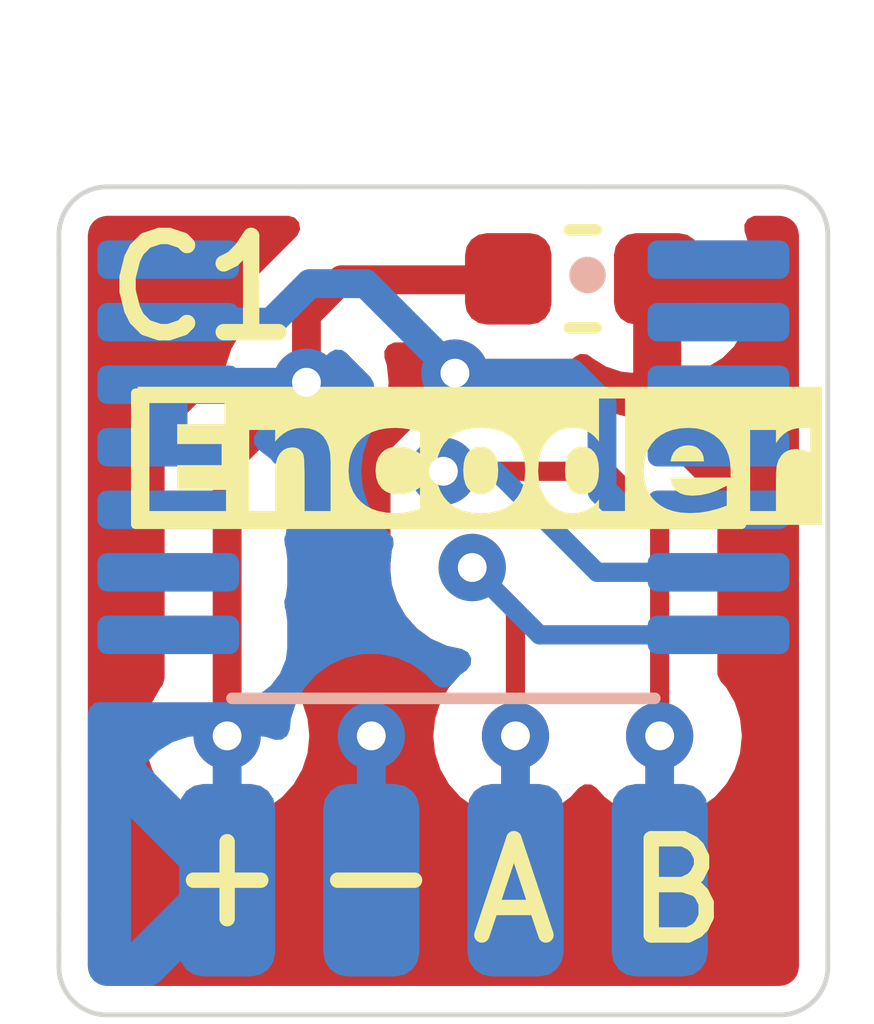
<source format=kicad_pcb>
(kicad_pcb (version 20240108) (generator "pcbnew") (generator_version "8.0")
  (layers (0 "F.Cu" signal) (31 "B.Cu" signal) (34 "B.Paste" user) (35 "F.Paste" user) (36 "B.SilkS" user "B.Silkscreen") (37 "F.SilkS" user "F.Silkscreen") (38 "B.Mask" user) (39 "F.Mask" user) (44 "Edge.Cuts" user))
  (net 0 "")
  (net 1 "+3.3V")
  (net 2 "GND")
  (net 7 "ENC_L_B")
  (net 9 "ENC_L_A")
  (footprint "Capacitor_SMD:C_0603_1608Metric" (layer "F.Cu") (at 47.95 20.75)
    (property "Reference" "C1" (at -3.95 0.1 0) (layer "F.SilkS") (effects (font (thickness 0.17) (bold yes))))
    (property "Value" "100n")
    (fp_line (start -0.14058 -0.51) (end 0.14058 -0.51) (stroke (width 0.12)) (layer "F.SilkS"))
    (fp_line (start -0.14058 0.51) (end 0.14058 0.51) (stroke (width 0.12)) (layer "F.SilkS"))
    (pad "1" smd roundrect (at -0.775 0) (size 0.9 0.95) (layers "F.Cu" "F.Paste" "F.Mask") (net 1 "+3.3V"))
    (pad "2" smd roundrect (at 0.775 0) (size 0.9 0.95) (layers "F.Cu" "F.Paste" "F.Mask") (net 2 "GND"))
  )
  (footprint "Package_SO:TSSOP-14_4.4x5mm_P0.65mm" (layer "B.Cu") (at 46.5 22.5 180)
    (property "Reference" "Encoder_L1" (hide yes))
    (property "Value" "AS5047D" (hide yes))
    (fp_line (start 2.2 -2.61) (end 0 -2.61) (stroke (width 0.12)) (layer "B.SilkS"))
    (fp_line (start -2.2 -2.61) (end 0 -2.61) (stroke (width 0.12)) (layer "B.SilkS"))
    (pad "1" smd roundrect (at -2.8625 1.95 180) (size 1.475 0.4) (layers "B.Cu" "B.Paste" "B.Mask"))
    (pad "2" smd roundrect (at -2.8625 1.3 180) (size 1.475 0.4) (layers "B.Cu" "B.Paste" "B.Mask"))
    (pad "3" smd roundrect (at -2.8625 0.65 180) (size 1.475 0.4) (layers "B.Cu" "B.Paste" "B.Mask"))
    (pad "4" smd roundrect (at -2.8625 0 180) (size 1.475 0.4) (layers "B.Cu" "B.Paste" "B.Mask"))
    (pad "5" smd roundrect (at -2.8625 -0.65 180) (size 1.475 0.4) (layers "B.Cu" "B.Paste" "B.Mask") (net 2 "GND"))
    (pad "6" smd roundrect (at -2.8625 -1.3 180) (size 1.475 0.4) (layers "B.Cu" "B.Paste" "B.Mask") (net 7 "ENC_L_B"))
    (pad "7" smd roundrect (at -2.8625 -1.95 180) (size 1.475 0.4) (layers "B.Cu" "B.Paste" "B.Mask") (net 9 "ENC_L_A"))
    (pad "8" smd roundrect (at 2.8625 -1.95 180) (size 1.475 0.4) (layers "B.Cu" "B.Paste" "B.Mask"))
    (pad "9" smd roundrect (at 2.8625 -1.3 180) (size 1.475 0.4) (layers "B.Cu" "B.Paste" "B.Mask"))
    (pad "10" smd roundrect (at 2.8625 -0.65 180) (size 1.475 0.4) (layers "B.Cu" "B.Paste" "B.Mask"))
    (pad "11" smd roundrect (at 2.8625 0 180) (size 1.475 0.4) (layers "B.Cu" "B.Paste" "B.Mask") (net 1 "+3.3V"))
    (pad "12" smd roundrect (at 2.8625 0.65 180) (size 1.475 0.4) (layers "B.Cu" "B.Paste" "B.Mask") (net 1 "+3.3V"))
    (pad "13" smd roundrect (at 2.8625 1.3 180) (size 1.475 0.4) (layers "B.Cu" "B.Paste" "B.Mask") (net 2 "GND"))
    (pad "14" smd roundrect (at 2.8625 1.95 180) (size 1.475 0.4) (layers "B.Cu" "B.Paste" "B.Mask"))
  )
  (footprint "Libraries_SN:Encoder_short_conn" (layer "B.Cu") (at 46.25 28 180)
    (property "Reference" "Encoder_L2" (hide yes))
    (property "Value" "Conn_01x04" (hide yes))
    (pad "1" smd roundrect (at 2 1 90) (size 2 1) (layers "B.Cu" "B.Paste" "B.Mask") (net 1 "+3.3V"))
    (pad "2" smd roundrect (at 0.5 1 90) (size 2 1) (layers "B.Cu" "B.Paste" "B.Mask") (net 2 "GND"))
    (pad "3" smd roundrect (at -1 1 90) (size 2 1) (layers "B.Cu" "B.Paste" "B.Mask") (net 9 "ENC_L_A"))
    (pad "4" smd roundrect (at -2.5 1 90) (size 2 1) (layers "B.Cu" "B.Paste" "B.Mask") (net 7 "ENC_L_B"))
  )
  (gr_circle (center 48 20.71) (end 48 20.85) (stroke (width 0.1)) (fill none) (layer "B.SilkS"))
  (gr_circle (center 48 20.71) (end 48 20.66) (stroke (width 0.1)) (fill none) (layer "B.SilkS"))
  (gr_line (start 43.3 23.3) (end 43.3 21.94) (stroke (width 0.1)) (layer "F.SilkS"))
  (gr_line (start 45.4 27) (end 46.2 27) (stroke (width 0.16)) (layer "F.SilkS"))
  (gr_line (start 49.6 21.94) (end 49.6 23.3) (stroke (width 0.1)) (layer "F.SilkS"))
  (gr_line (start 44.25 27.4) (end 44.25 26.6) (stroke (width 0.16)) (layer "F.SilkS"))
  (gr_line (start 43.9 27) (end 44.6 27) (stroke (width 0.16)) (layer "F.SilkS"))
  (gr_line (start 49.6 23.3) (end 43.3 23.3) (stroke (width 0.1)) (layer "F.SilkS"))
  (gr_line (start 43.3 21.94) (end 49.6 21.94) (stroke (width 0.1)) (layer "F.SilkS"))
  (gr_line (start 50.5 25.75) (end 50.5 26.45) (stroke (width 0.05)) (layer "Edge.Cuts"))
  (gr_line (start 42.5 27.73) (end 42.5 27.9) (stroke (width 0.05)) (layer "Edge.Cuts"))
  (gr_line (start 50.5 20.293553) (end 50.5 20.5) (stroke (width 0.05)) (layer "Edge.Cuts"))
  (gr_arc (start 43 28.4) (mid 42.646447 28.253553) (end 42.5 27.9) (stroke (width 0.05)) (layer "Edge.Cuts"))
  (gr_line (start 45 19.793553) (end 48 19.793553) (stroke (width 0.05)) (layer "Edge.Cuts"))
  (gr_arc (start 50 19.793553) (mid 50.35357 19.939997) (end 50.5 20.293553) (stroke (width 0.05)) (layer "Edge.Cuts"))
  (gr_line (start 48 19.793553) (end 50 19.793553) (stroke (width 0.05)) (layer "Edge.Cuts"))
  (gr_line (start 50.5 20.5) (end 50.5 25.75) (stroke (width 0.05)) (layer "Edge.Cuts"))
  (gr_line (start 42.5 25.75) (end 42.5 26.45) (stroke (width 0.05)) (layer "Edge.Cuts"))
  (gr_arc (start 50.5 27.9) (mid 50.353553 28.253553) (end 50 28.4) (stroke (width 0.05)) (layer "Edge.Cuts"))
  (gr_line (start 42.5 25.75) (end 42.5 20.5) (stroke (width 0.05)) (layer "Edge.Cuts"))
  (gr_line (start 42.5 27.35) (end 42.5 27.73) (stroke (width 0.05)) (layer "Edge.Cuts"))
  (gr_line (start 50.5 27.35) (end 50.5 27.73) (stroke (width 0.05)) (layer "Edge.Cuts"))
  (gr_line (start 42.5 26.5) (end 42.5 27.35) (stroke (width 0.05)) (layer "Edge.Cuts"))
  (gr_line (start 50.5 26.45) (end 50.5 27.35) (stroke (width 0.05)) (layer "Edge.Cuts"))
  (gr_line (start 50.5 27.73) (end 50.5 27.9) (stroke (width 0.05)) (layer "Edge.Cuts"))
  (gr_line (start 50 28.4) (end 43 28.4) (stroke (width 0.05)) (layer "Edge.Cuts"))
  (gr_line (start 42.5 26.45) (end 42.5 26.5) (stroke (width 0.05)) (layer "Edge.Cuts"))
  (gr_line (start 42.5 20.293553) (end 42.5 20.5) (stroke (width 0.05)) (layer "Edge.Cuts"))
  (gr_arc (start 42.5 20.293553) (mid 42.646463 19.94003) (end 43 19.793553) (stroke (width 0.05)) (layer "Edge.Cuts"))
  (gr_line (start 43 19.793553) (end 45 19.793553) (stroke (width 0.05)) (layer "Edge.Cuts"))
  (gr_text "A B" (at 46.7 27.7 -0) (layer "F.SilkS") (effects (font (size 1 1) (thickness 0.16)) (justify left bottom)))
  (gr_text "Encoder" (at 43.3 23.35 -0) (layer "F.SilkS" knockout) (effects (font (size 1.1 1.1) (thickness 0.2) (bold yes)) (justify left bottom)))
  (segment (start 45.44 20.76) (end 47.145 20.76) (width 0.3) (layer "F.Cu") (net 1))
  (segment (start 45.075 21.825) (end 44.25 22.65) (width 0.3) (layer "F.Cu") (net 1))
  (segment (start 45.075 21.125) (end 45.44 20.76) (width 0.3) (layer "F.Cu") (net 1))
  (segment (start 44.25 22.65) (end 44.25 25.5) (width 0.3) (layer "F.Cu") (net 1))
  (segment (start 45.075 21.825) (end 45.075 21.125) (width 0.3) (layer "F.Cu") (net 1))
  (via (at 45.075 21.825) (size 0.7) (drill 0.3) (layers "F.Cu" "B.Cu") (net 1))
  (via (at 44.25 25.5) (size 0.7) (drill 0.3) (layers "F.Cu" "B.Cu") (net 1))
  (segment (start 43.6625 21.825) (end 43.6375 21.85) (width 0.3) (layer "B.Cu") (net 1))
  (segment (start 45.075 21.825) (end 43.6625 21.825) (width 0.3) (layer "B.Cu") (net 1))
  (segment (start 44.25 27) (end 44.25 25.5) (width 0.3) (layer "B.Cu") (net 1))
  (segment (start 46.62 21.73) (end 46.459339 21.73) (width 0.4) (layer "F.Cu") (net 2))
  (segment (start 45.75 22.439339) (end 45.75 25.5) (width 0.4) (layer "F.Cu") (net 2))
  (segment (start 46.459339 21.73) (end 45.75 22.439339) (width 0.4) (layer "F.Cu") (net 2))
  (via (at 46.62 21.73) (size 0.7) (drill 0.3) (layers "F.Cu" "B.Cu") (net 2))
  (via (at 45.75 25.5) (size 0.7) (drill 0.3) (layers "F.Cu" "B.Cu") (net 2))
  (segment (start 45.75 27) (end 45.75 25.5) (width 0.3) (layer "B.Cu") (net 2))
  (segment (start 48.15 22.05) (end 48.15 22.95) (width 0.3) (layer "B.Cu") (net 2))
  (segment (start 45.11005 20.8) (end 44.71005 21.2) (width 0.3) (layer "B.Cu") (net 2))
  (segment (start 46.62 21.73) (end 47.83 21.73) (width 0.3) (layer "B.Cu") (net 2))
  (segment (start 48.15 22.95) (end 48.35 23.15) (width 0.3) (layer "B.Cu") (net 2))
  (segment (start 47.83 21.73) (end 48.15 22.05) (width 0.3) (layer "B.Cu") (net 2))
  (segment (start 48.35 23.15) (end 49.3625 23.15) (width 0.3) (layer "B.Cu") (net 2))
  (segment (start 46.62 21.73) (end 45.69 20.8) (width 0.3) (layer "B.Cu") (net 2))
  (segment (start 44.71005 21.2) (end 43.6375 21.2) (width 0.3) (layer "B.Cu") (net 2))
  (segment (start 45.69 20.8) (end 45.11005 20.8) (width 0.3) (layer "B.Cu") (net 2))
  (segment (start 48.75 23.3) (end 48.75 25.5) (width 0.2) (layer "F.Cu") (net 7))
  (segment (start 46.5 22.75) (end 48.2 22.75) (width 0.2) (layer "F.Cu") (net 7))
  (segment (start 48.2 22.75) (end 48.75 23.3) (width 0.2) (layer "F.Cu") (net 7))
  (via (at 46.5 22.75) (size 0.7) (drill 0.3) (layers "F.Cu" "B.Cu") (net 7))
  (via (at 48.75 25.5) (size 0.7) (drill 0.3) (layers "F.Cu" "B.Cu") (net 7))
  (segment (start 47.05 22.75) (end 48.1 23.8) (width 0.2) (layer "B.Cu") (net 7))
  (segment (start 46.5 22.75) (end 47.05 22.75) (width 0.2) (layer "B.Cu") (net 7))
  (segment (start 48.1 23.8) (end 49.3625 23.8) (width 0.2) (layer "B.Cu") (net 7))
  (segment (start 48.75 27) (end 48.75 25.5) (width 0.3) (layer "B.Cu") (net 7))
  (segment (start 46.8 23.75) (end 47.25 24.2) (width 0.2) (layer "F.Cu") (net 9))
  (segment (start 47.25 24.2) (end 47.25 25.5) (width 0.2) (layer "F.Cu") (net 9))
  (via (at 46.8 23.75) (size 0.7) (drill 0.3) (layers "F.Cu" "B.Cu") (net 9))
  (via (at 47.25 25.5) (size 0.7) (drill 0.3) (layers "F.Cu" "B.Cu") (net 9))
  (segment (start 47.5 24.45) (end 49.3625 24.45) (width 0.2) (layer "B.Cu") (net 9))
  (segment (start 46.8 23.75) (end 47.5 24.45) (width 0.2) (layer "B.Cu") (net 9))
  (segment (start 47.25 27) (end 47.25 25.5) (width 0.3) (layer "B.Cu") (net 9))
  (zone (net 2) (net_name "GND") (layer "F.Cu") (priority 1) (connect_pads (clearance 0.5)) (min_thickness 0.25) (fill yes (thermal_gap 0.5) (thermal_bridge_width 0.5))
    (polygon (pts (xy 42 19.5) (xy 51 19.5) (xy 51 28.5) (xy 42 28.5)))
  )
  (zone (net 1) (net_name "+3.3V") (layer "B.Cu") (connect_pads (clearance 0.5)) (min_thickness 0.25) (fill yes (thermal_gap 0.5) (thermal_bridge_width 0.5))
    (polygon (pts (xy 51 19.5) (xy 42 19.5) (xy 42 28.5) (xy 51 28.5)))
  )
)
</source>
